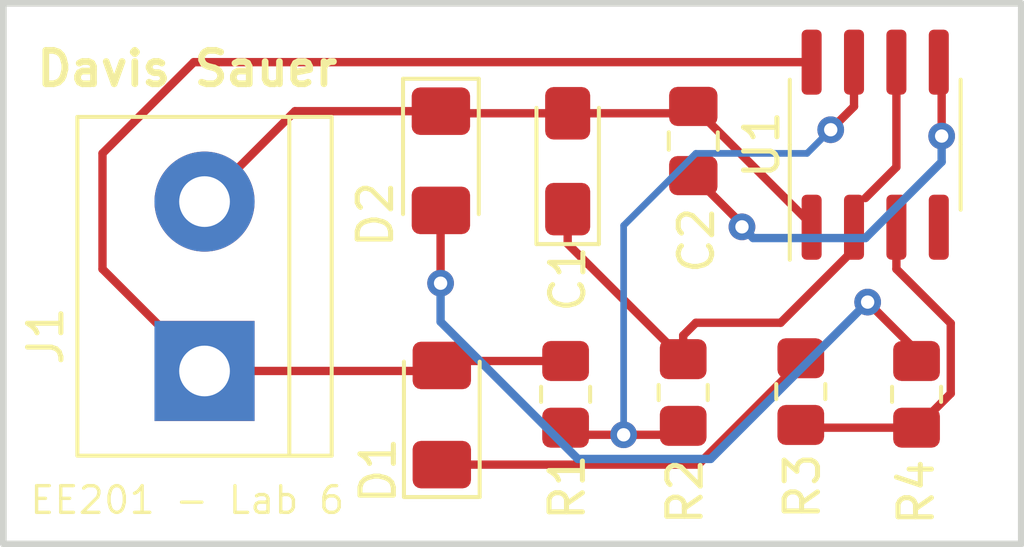
<source format=kicad_pcb>
(kicad_pcb (version 20211014) (generator pcbnew)
  (layers (0 "F.Cu" signal) (31 "B.Cu" signal) (34 "B.Paste" user) (35 "F.Paste" user) (36 "B.SilkS" user "B.Silkscreen") (37 "F.SilkS" user "F.Silkscreen") (38 "B.Mask" user) (39 "F.Mask" user) (44 "Edge.Cuts" user))
  (net 0 "")
  (net 1 "/pin_2")
  (net 2 "GND")
  (net 3 "Net-(C2-Pad1)")
  (net 4 "Net-(D1-Pad1)")
  (net 5 "+9V")
  (net 6 "Net-(D2-Pad2)")
  (net 7 "Net-(R1-Pad2)")
  (net 8 "/pin_3")
  (net 9 "/9V")
  (footprint "LED_SMD:LED_1206_3216Metric_Pad1.42x1.75mm_HandSolder" (layer "F.Cu") (at 190.507363 84.047593 90)
    (fp_text reference "D1" (at -1.66452 -1.906841 90) (layer "F.SilkS"))
    (fp_text value "LED")
    (fp_line (start -2.46 -1.135) (end -2.46 1.135) (layer "F.SilkS") (width 0.12))
    (fp_line (start -2.46 1.135) (end 1.6 1.135) (layer "F.SilkS") (width 0.12))
    (fp_line (start 1.6 -1.135) (end -2.46 -1.135) (layer "F.SilkS") (width 0.12))
    (pad "1" smd roundrect (at -1.4875 0 90) (size 1.425 1.75) (layers "F.Cu" "F.Paste" "F.Mask") (roundrect_rratio 0.175439) (net 4 "Net-(D1-Pad1)"))
    (pad "2" smd roundrect (at 1.4875 0 90) (size 1.425 1.75) (layers "F.Cu" "F.Paste" "F.Mask") (roundrect_rratio 0.175439) (net 5 "+9V"))
  )
  (footprint "Resistor_SMD:R_0805_2012Metric_Pad1.20x1.40mm_HandSolder" (layer "F.Cu") (at 201.263703 83.344649 -90)
    (fp_text reference "R3" (at 2.841258 -0.045774 90) (layer "F.SilkS"))
    (fp_text value "1k")
    (fp_line (start -0.227064 -0.735) (end 0.227064 -0.735) (layer "F.SilkS") (width 0.12))
    (fp_line (start -0.227064 0.735) (end 0.227064 0.735) (layer "F.SilkS") (width 0.12))
    (pad "1" smd roundrect (at -1 0 270) (size 1.2 1.4) (layers "F.Cu" "F.Paste" "F.Mask") (roundrect_rratio 0.208333) (net 4 "Net-(D1-Pad1)"))
    (pad "2" smd roundrect (at 1 0 270) (size 1.2 1.4) (layers "F.Cu" "F.Paste" "F.Mask") (roundrect_rratio 0.208333) (net 8 "/pin_3"))
  )
  (footprint "LED_SMD:LED_1206_3216Metric_Pad1.42x1.75mm_HandSolder" (layer "F.Cu") (at 190.479835 76.422155 -90)
    (fp_text reference "D2" (at 1.609463 1.961899 90) (layer "F.SilkS"))
    (fp_text value "LED")
    (fp_line (start -2.46 1.135) (end 1.6 1.135) (layer "F.SilkS") (width 0.12))
    (fp_line (start 1.6 -1.135) (end -2.46 -1.135) (layer "F.SilkS") (width 0.12))
    (fp_line (start -2.46 -1.135) (end -2.46 1.135) (layer "F.SilkS") (width 0.12))
    (pad "1" smd roundrect (at -1.4875 0 270) (size 1.425 1.75) (layers "F.Cu" "F.Paste" "F.Mask") (roundrect_rratio 0.175439) (net 2 "GND"))
    (pad "2" smd roundrect (at 1.4875 0 270) (size 1.425 1.75) (layers "F.Cu" "F.Paste" "F.Mask") (roundrect_rratio 0.175439) (net 6 "Net-(D2-Pad2)"))
  )
  (footprint "Capacitor_SMD:C_0805_2012Metric_Pad1.18x1.45mm_HandSolder" (layer "F.Cu") (at 198.042851 75.829326 90)
    (fp_text reference "C2" (at -2.975847 0.094974 90) (layer "F.SilkS"))
    (fp_text value "0.01uF")
    (fp_line (start -0.261252 0.735) (end 0.261252 0.735) (layer "F.SilkS") (width 0.12))
    (fp_line (start -0.261252 -0.735) (end 0.261252 -0.735) (layer "F.SilkS") (width 0.12))
    (pad "1" smd roundrect (at -1.0375 0 90) (size 1.175 1.45) (layers "F.Cu" "F.Paste" "F.Mask") (roundrect_rratio 0.212766) (net 3 "Net-(C2-Pad1)"))
    (pad "2" smd roundrect (at 1.0375 0 90) (size 1.175 1.45) (layers "F.Cu" "F.Paste" "F.Mask") (roundrect_rratio 0.212766) (net 2 "GND"))
  )
  (footprint "Package_SO:SOIC-8_3.9x4.9mm_P1.27mm" (layer "F.Cu") (at 203.493524 75.939441 90)
    (fp_text reference "U1" (at 0 -3.4 90) (layer "F.SilkS"))
    (fp_text value "NE555D")
    (fp_line (start 0 2.56) (end 1.95 2.56) (layer "F.SilkS") (width 0.12))
    (fp_line (start 0 2.56) (end -1.95 2.56) (layer "F.SilkS") (width 0.12))
    (fp_line (start 0 -2.56) (end -3.45 -2.56) (layer "F.SilkS") (width 0.12))
    (fp_line (start 0 -2.56) (end 1.95 -2.56) (layer "F.SilkS") (width 0.12))
    (pad "1" smd roundrect (at -2.475 -1.905 90) (size 1.95 0.6) (layers "F.Cu" "F.Paste" "F.Mask") (net 2 "GND"))
    (pad "2" smd roundrect (at -2.475 -0.635 90) (size 1.95 0.6) (layers "F.Cu" "F.Paste" "F.Mask") (net 1 "/pin_2"))
    (pad "3" smd roundrect (at -2.475 0.635 90) (size 1.95 0.6) (layers "F.Cu" "F.Paste" "F.Mask") (net 8 "/pin_3"))
    (pad "4" smd roundrect (at -2.475 1.905 90) (size 1.95 0.6) (layers "F.Cu" "F.Paste" "F.Mask") (net 9 "/9V"))
    (pad "5" smd roundrect (at 2.475 1.905 90) (size 1.95 0.6) (layers "F.Cu" "F.Paste" "F.Mask") (net 3 "Net-(C2-Pad1)"))
    (pad "6" smd roundrect (at 2.475 0.635 90) (size 1.95 0.6) (layers "F.Cu" "F.Paste" "F.Mask") (net 1 "/pin_2"))
    (pad "7" smd roundrect (at 2.475 -0.635 90) (size 1.95 0.6) (layers "F.Cu" "F.Paste" "F.Mask") (net 7 "Net-(R1-Pad2)"))
    (pad "8" smd roundrect (at 2.475 -1.905 90) (size 1.95 0.6) (layers "F.Cu" "F.Paste" "F.Mask") (net 5 "+9V"))
  )
  (footprint "Resistor_SMD:R_0805_2012Metric_Pad1.20x1.40mm_HandSolder" (layer "F.Cu") (at 204.732314 83.427235 90)
    (fp_text reference "R4" (at -2.932812 -0.009283 90) (layer "F.SilkS"))
    (fp_text value "1k")
    (fp_line (start -0.227064 -0.735) (end 0.227064 -0.735) (layer "F.SilkS") (width 0.12))
    (fp_line (start -0.227064 0.735) (end 0.227064 0.735) (layer "F.SilkS") (width 0.12))
    (pad "1" smd roundrect (at -1 0 90) (size 1.2 1.4) (layers "F.Cu" "F.Paste" "F.Mask") (roundrect_rratio 0.208333) (net 8 "/pin_3"))
    (pad "2" smd roundrect (at 1 0 90) (size 1.2 1.4) (layers "F.Cu" "F.Paste" "F.Mask") (roundrect_rratio 0.208333) (net 6 "Net-(D2-Pad2)"))
  )
  (footprint "Resistor_SMD:R_0805_2012Metric_Pad1.20x1.40mm_HandSolder" (layer "F.Cu") (at 194.216368 83.427235 -90)
    (fp_text reference "R1" (at 2.784226 -0.048941 90) (layer "F.SilkS"))
    (fp_text value "1k")
    (fp_line (start -0.227064 0.735) (end 0.227064 0.735) (layer "F.SilkS") (width 0.12))
    (fp_line (start -0.227064 -0.735) (end 0.227064 -0.735) (layer "F.SilkS") (width 0.12))
    (pad "1" smd roundrect (at -1 0 270) (size 1.2 1.4) (layers "F.Cu" "F.Paste" "F.Mask") (roundrect_rratio 0.208333) (net 5 "+9V"))
    (pad "2" smd roundrect (at 1 0 270) (size 1.2 1.4) (layers "F.Cu" "F.Paste" "F.Mask") (roundrect_rratio 0.208333) (net 7 "Net-(R1-Pad2)"))
  )
  (footprint "Resistor_SMD:R_0805_2012Metric_Pad1.20x1.40mm_HandSolder" (layer "F.Cu") (at 197.740036 83.372177 90)
    (fp_text reference "R2" (at -2.973095 0.055057 90) (layer "F.SilkS"))
    (fp_text value "10k")
    (fp_line (start -0.227064 -0.735) (end 0.227064 -0.735) (layer "F.SilkS") (width 0.12))
    (fp_line (start -0.227064 0.735) (end 0.227064 0.735) (layer "F.SilkS") (width 0.12))
    (pad "1" smd roundrect (at -1 0 90) (size 1.2 1.4) (layers "F.Cu" "F.Paste" "F.Mask") (roundrect_rratio 0.208333) (net 7 "Net-(R1-Pad2)"))
    (pad "2" smd roundrect (at 1 0 90) (size 1.2 1.4) (layers "F.Cu" "F.Paste" "F.Mask") (roundrect_rratio 0.208333) (net 1 "/pin_2"))
  )
  (footprint "Capacitor_Tantalum_SMD:CP_EIA-3216-18_Kemet-A_Pad1.58x1.35mm_HandSolder" (layer "F.Cu") (at 194.27879 76.435047 90)
    (fp_text reference "C1" (at -3.532799 0 90) (layer "F.SilkS"))
    (fp_text value "10uF")
    (fp_line (start 1.6 -0.935) (end -2.485 -0.935) (layer "F.SilkS") (width 0.12))
    (fp_line (start -2.485 -0.935) (end -2.485 0.935) (layer "F.SilkS") (width 0.12))
    (fp_line (start -2.485 0.935) (end 1.6 0.935) (layer "F.SilkS") (width 0.12))
    (pad "1" smd roundrect (at -1.4375 0 90) (size 1.575 1.35) (layers "F.Cu" "F.Paste" "F.Mask") (roundrect_rratio 0.185185) (net 1 "/pin_2"))
    (pad "2" smd roundrect (at 1.4375 0 90) (size 1.575 1.35) (layers "F.Cu" "F.Paste" "F.Mask") (roundrect_rratio 0.185185) (net 2 "GND"))
  )
  (footprint "TerminalBlock:TerminalBlock_bornier-2_P5.08mm" (layer "F.Cu") (at 183.397607 82.726217 90)
    (fp_text reference "J1" (at 1.049975 -4.759226 90) (layer "F.SilkS"))
    (fp_text value "V1")
    (fp_line (start -2.54 3.81) (end 7.62 3.81) (layer "F.SilkS") (width 0.12))
    (fp_line (start 7.62 3.81) (end 7.62 -3.81) (layer "F.SilkS") (width 0.12))
    (fp_line (start 7.62 -3.81) (end -2.54 -3.81) (layer "F.SilkS") (width 0.12))
    (fp_line (start 7.62 2.54) (end -2.54 2.54) (layer "F.SilkS") (width 0.12))
    (fp_line (start -2.54 -3.81) (end -2.54 3.81) (layer "F.SilkS") (width 0.12))
    (pad "1" thru_hole rect (at 0 0 90) (size 3 3) (drill 1.52) (layers F&B.Cu *.Mask) (net 5 "+9V"))
    (pad "2" thru_hole circle (at 5.08 0 90) (size 3 3) (drill 1.52) (layers F&B.Cu *.Mask) (net 2 "GND"))
  )
  (gr_rect (start 177.368832 71.700028) (end 207.87058 87.914405) (layer "Edge.Cuts") (width 0.2) (fill none))
  (gr_text "Davis Sauer" (at 182.88 73.66) (layer "F.SilkS") (effects (font (size 1 1) (thickness 0.2))))
  (gr_text "EE201 - Lab 6\n" (at 182.88 86.600394) (layer "F.SilkS") (effects (font (size 0.8 0.8) (thickness 0.1))))
  (segment (start 197.740036 82.372177) (end 197.740036 81.659964) (width 0.25) (layer "F.Cu") (net 1))
  (segment (start 202.858524 79.081476) (end 202.858524 78.414441) (width 0.25) (layer "F.Cu") (net 1))
  (segment (start 198.12 81.28) (end 200.66 81.28) (width 0.25) (layer "F.Cu") (net 1))
  (segment (start 204.128524 73.464441) (end 204.128524 76.610914) (width 0.25) (layer "F.Cu") (net 1))
  (segment (start 197.740036 82.372177) (end 194.27879 78.910931) (width 0.25) (layer "F.Cu") (net 1))
  (segment (start 200.66 81.28) (end 202.858524 79.081476) (width 0.25) (layer "F.Cu") (net 1))
  (segment (start 197.740036 81.659964) (end 198.12 81.28) (width 0.25) (layer "F.Cu") (net 1))
  (segment (start 204.128524 76.610914) (end 203.199999 77.539439) (width 0.25) (layer "F.Cu") (net 1))
  (segment (start 194.27879 78.910931) (end 194.27879 77.872547) (width 0.25) (layer "F.Cu") (net 1))
  (segment (start 183.397607 77.646217) (end 186.109169 74.934655) (width 0.25) (layer "F.Cu") (net 2))
  (segment (start 186.109169 74.934655) (end 190.479835 74.934655) (width 0.25) (layer "F.Cu") (net 2))
  (segment (start 197.83713 74.997547) (end 198.042851 74.791826) (width 0.25) (layer "F.Cu") (net 2))
  (segment (start 194.27879 74.997547) (end 197.83713 74.997547) (width 0.25) (layer "F.Cu") (net 2))
  (segment (start 198.042851 74.791826) (end 201.588524 78.337499) (width 0.25) (layer "F.Cu") (net 2))
  (segment (start 190.542727 74.997547) (end 194.27879 74.997547) (width 0.25) (layer "F.Cu") (net 2))
  (segment (start 190.479835 74.934655) (end 190.542727 74.997547) (width 0.25) (layer "F.Cu") (net 2))
  (segment (start 201.588524 78.337499) (end 201.588524 78.414441) (width 0.25) (layer "F.Cu") (net 2))
  (segment (start 205.484683 75.680797) (end 205.484683 73.5506) (width 0.25) (layer "F.Cu") (net 3))
  (segment (start 199.50133 78.403381) (end 199.50133 78.325305) (width 0.25) (layer "F.Cu") (net 3))
  (segment (start 199.50133 78.325305) (end 198.042851 76.866826) (width 0.25) (layer "F.Cu") (net 3))
  (segment (start 205.484683 73.5506) (end 205.398524 73.464441) (width 0.25) (layer "F.Cu") (net 3))
  (via (at 199.50133 78.403381) (size 0.8) (drill 0.4) (layers "F.Cu" "B.Cu") (net 3))
  (via (at 205.484683 75.680797) (size 0.8) (drill 0.4) (layers "F.Cu" "B.Cu") (net 3))
  (segment (start 205.484683 76.455317) (end 203.2 78.74) (width 0.25) (layer "B.Cu") (net 3))
  (segment (start 205.484683 75.680797) (end 205.484683 76.455317) (width 0.25) (layer "B.Cu") (net 3))
  (segment (start 199.837949 78.74) (end 199.50133 78.403381) (width 0.25) (layer "B.Cu") (net 3))
  (segment (start 203.2 78.74) (end 199.837949 78.74) (width 0.25) (layer "B.Cu") (net 3))
  (segment (start 198.190293 85.535093) (end 190.507363 85.535093) (width 0.25) (layer "F.Cu") (net 4))
  (segment (start 201.263703 82.461683) (end 198.190293 85.535093) (width 0.25) (layer "F.Cu") (net 4))
  (segment (start 201.263703 82.344649) (end 201.263703 82.461683) (width 0.25) (layer "F.Cu") (net 4))
  (segment (start 190.640221 82.427235) (end 190.507363 82.560093) (width 0.25) (layer "F.Cu") (net 5))
  (segment (start 180.34 76.2) (end 180.34 79.66861) (width 0.25) (layer "F.Cu") (net 5))
  (segment (start 190.507363 82.560093) (end 190.341239 82.726217) (width 0.25) (layer "F.Cu") (net 5))
  (segment (start 194.216368 82.427235) (end 190.640221 82.427235) (width 0.25) (layer "F.Cu") (net 5))
  (segment (start 201.588524 73.464441) (end 183.075559 73.464441) (width 0.25) (layer "F.Cu") (net 5))
  (segment (start 190.341239 82.726217) (end 183.397607 82.726217) (width 0.25) (layer "F.Cu") (net 5))
  (segment (start 183.075559 73.464441) (end 180.34 76.2) (width 0.25) (layer "F.Cu") (net 5))
  (segment (start 180.34 79.66861) (end 183.397607 82.726217) (width 0.25) (layer "F.Cu") (net 5))
  (segment (start 204.732314 82.125696) (end 203.266848 80.66023) (width 0.25) (layer "F.Cu") (net 6))
  (segment (start 190.470555 80.093605) (end 190.470555 77.918935) (width 0.25) (layer "F.Cu") (net 6))
  (segment (start 204.732314 82.427235) (end 204.732314 82.125696) (width 0.25) (layer "F.Cu") (net 6))
  (segment (start 190.470555 77.918935) (end 190.479835 77.909655) (width 0.25) (layer "F.Cu") (net 6))
  (via (at 203.266848 80.66023) (size 0.8) (drill 0.4) (layers "F.Cu" "B.Cu") (net 6))
  (via (at 190.470555 80.093605) (size 0.8) (drill 0.4) (layers "F.Cu" "B.Cu") (net 6))
  (segment (start 198.56208 85.364998) (end 194.584998 85.364998) (width 0.25) (layer "B.Cu") (net 6))
  (segment (start 203.266848 80.66023) (end 198.56208 85.364998) (width 0.25) (layer "B.Cu") (net 6))
  (segment (start 194.584998 85.364998) (end 190.470555 81.250555) (width 0.25) (layer "B.Cu") (net 6))
  (segment (start 190.470555 81.250555) (end 190.470555 80.093605) (width 0.25) (layer "B.Cu") (net 6))
  (segment (start 197.472215 84.639998) (end 197.740036 84.372177) (width 0.25) (layer "F.Cu") (net 7))
  (segment (start 202.858524 74.792923) (end 202.858524 73.464441) (width 0.25) (layer "F.Cu") (net 7))
  (segment (start 202.160598 75.490849) (end 202.858524 74.792923) (width 0.25) (layer "F.Cu") (net 7))
  (segment (start 194.429131 84.639998) (end 194.216368 84.427235) (width 0.25) (layer "F.Cu") (net 7))
  (segment (start 195.95564 84.639998) (end 197.472215 84.639998) (width 0.25) (layer "F.Cu") (net 7))
  (segment (start 195.95564 84.639998) (end 194.429131 84.639998) (width 0.25) (layer "F.Cu") (net 7))
  (via (at 202.160598 75.490849) (size 0.8) (drill 0.4) (layers "F.Cu" "B.Cu") (net 7))
  (via (at 195.95564 84.639998) (size 0.8) (drill 0.4) (layers "F.Cu" "B.Cu") (net 7))
  (segment (start 195.95564 78.36436) (end 195.95564 84.639998) (width 0.2) (layer "B.Cu") (net 7))
  (segment (start 198.12 76.2) (end 195.95564 78.36436) (width 0.2) (layer "B.Cu") (net 7))
  (segment (start 202.160598 75.490849) (end 201.451447 76.2) (width 0.2) (layer "B.Cu") (net 7))
  (segment (start 201.451447 76.2) (end 198.12 76.2) (width 0.2) (layer "B.Cu") (net 7))
  (segment (start 201.346289 84.427235) (end 204.732314 84.427235) (width 0.25) (layer "F.Cu") (net 8))
  (segment (start 201.263703 84.344649) (end 201.346289 84.427235) (width 0.25) (layer "F.Cu") (net 8))
  (segment (start 204.128524 78.414441) (end 204.128524 79.668524) (width 0.25) (layer "F.Cu") (net 8))
  (segment (start 205.757314 81.297314) (end 205.757314 83.402235) (width 0.25) (layer "F.Cu") (net 8))
  (segment (start 204.128524 79.668524) (end 205.757314 81.297314) (width 0.25) (layer "F.Cu") (net 8))
  (segment (start 205.757314 83.402235) (end 204.732314 84.427235) (width 0.25) (layer "F.Cu") (net 8))
)
</source>
